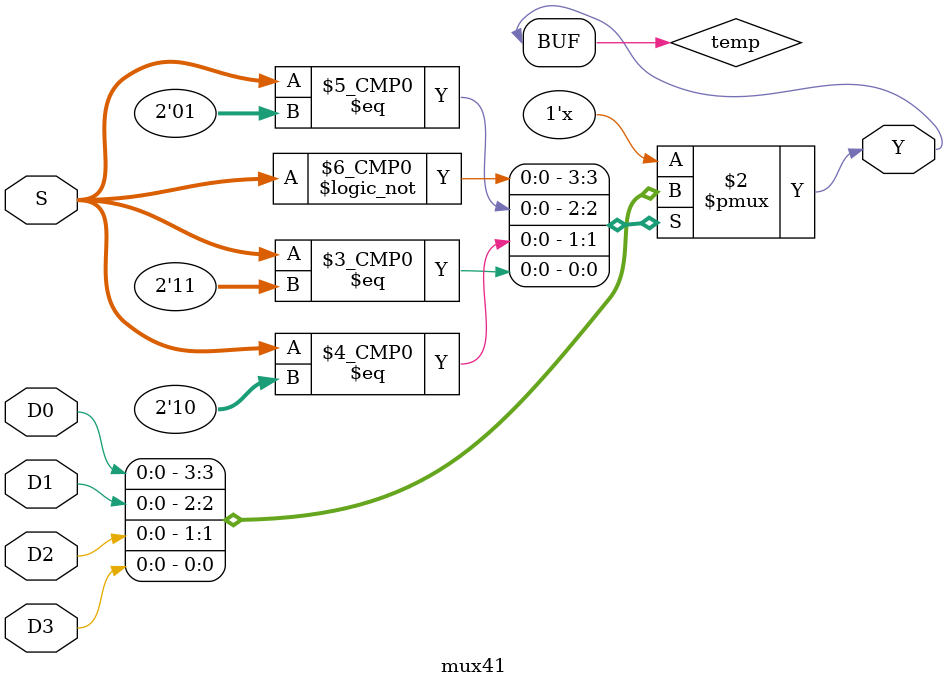
<source format=v>
`timescale 1ns / 1ps


module mux41(
    input D0, input D1, input D2, input D3,
    input [1:0] S,
    output Y
    );
    reg temp;
    always @(*)
        begin 
            case (S)
            2'b00:temp=D0;
            2'b01:temp=D1;
            2'b10:temp=D2;
            2'b11:temp=D3;
            default:temp=D0;
            endcase
        end
        assign Y=temp;
endmodule

</source>
